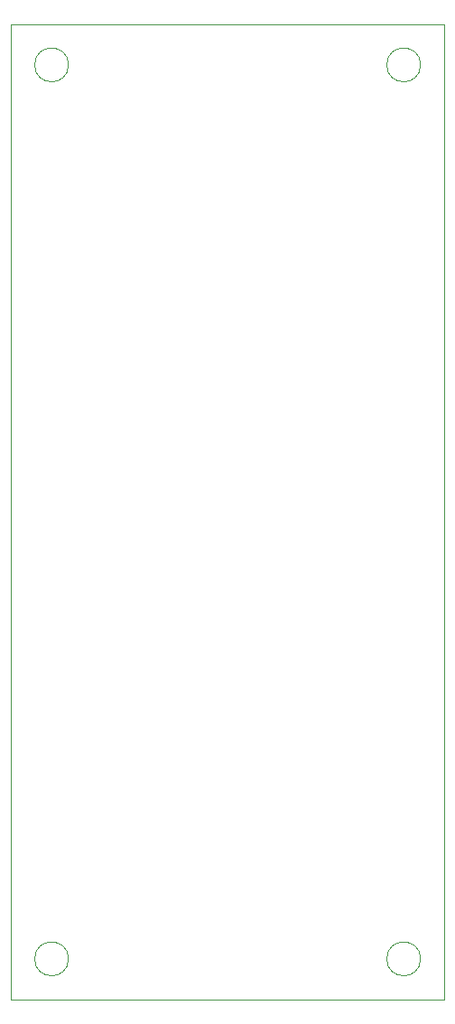
<source format=gm1>
G04 #@! TF.GenerationSoftware,KiCad,Pcbnew,(5.1.5)-3*
G04 #@! TF.CreationDate,2020-04-22T08:06:24-07:00*
G04 #@! TF.ProjectId,Plug_Pass_120V_AC_shield,506c7567-5f50-4617-9373-5f313230565f,rev?*
G04 #@! TF.SameCoordinates,Original*
G04 #@! TF.FileFunction,Profile,NP*
%FSLAX46Y46*%
G04 Gerber Fmt 4.6, Leading zero omitted, Abs format (unit mm)*
G04 Created by KiCad (PCBNEW (5.1.5)-3) date 2020-04-22 08:06:24*
%MOMM*%
%LPD*%
G04 APERTURE LIST*
%ADD10C,0.100000*%
%ADD11C,0.025400*%
G04 APERTURE END LIST*
D10*
X183197500Y-138430000D02*
G75*
G03X183197500Y-138430000I-1587500J0D01*
G01*
X216217500Y-138430000D02*
G75*
G03X216217500Y-138430000I-1587500J0D01*
G01*
X216217500Y-54610000D02*
G75*
G03X216217500Y-54610000I-1587500J0D01*
G01*
X183197500Y-54610000D02*
G75*
G03X183197500Y-54610000I-1587500J0D01*
G01*
D11*
X177800000Y-50800000D02*
X218440000Y-50800000D01*
X177800000Y-142240000D02*
X218440000Y-142240000D01*
X218440000Y-50800000D02*
X218440000Y-142240000D01*
X177800000Y-142240000D02*
X177800000Y-50800000D01*
M02*

</source>
